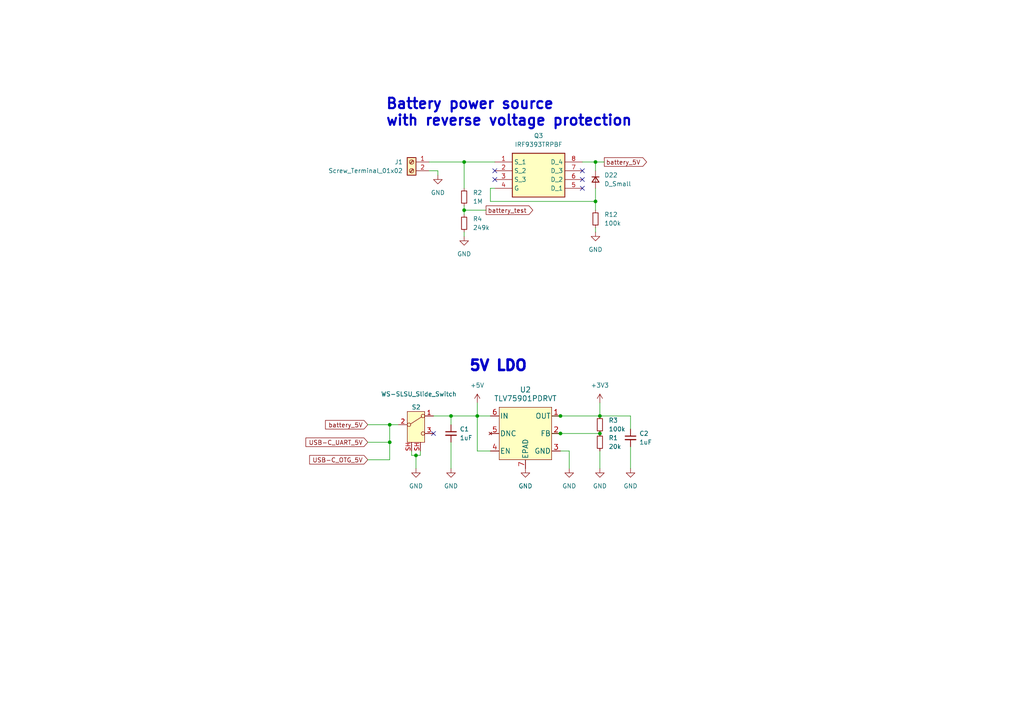
<source format=kicad_sch>
(kicad_sch (version 20230121) (generator eeschema)

  (uuid d126de6f-ace3-487f-be35-7a754464d94b)

  (paper "A4")

  (title_block
    (title "Keypad board")
    (date "2023-11-15")
    (rev "1.1")
  )

  (lib_symbols
    (symbol "Connector:Screw_Terminal_01x02" (pin_names (offset 1.016) hide) (in_bom yes) (on_board yes)
      (property "Reference" "J" (at 0 2.54 0)
        (effects (font (size 1.27 1.27)))
      )
      (property "Value" "Screw_Terminal_01x02" (at 0 -5.08 0)
        (effects (font (size 1.27 1.27)))
      )
      (property "Footprint" "" (at 0 0 0)
        (effects (font (size 1.27 1.27)) hide)
      )
      (property "Datasheet" "~" (at 0 0 0)
        (effects (font (size 1.27 1.27)) hide)
      )
      (property "ki_keywords" "screw terminal" (at 0 0 0)
        (effects (font (size 1.27 1.27)) hide)
      )
      (property "ki_description" "Generic screw terminal, single row, 01x02, script generated (kicad-library-utils/schlib/autogen/connector/)" (at 0 0 0)
        (effects (font (size 1.27 1.27)) hide)
      )
      (property "ki_fp_filters" "TerminalBlock*:*" (at 0 0 0)
        (effects (font (size 1.27 1.27)) hide)
      )
      (symbol "Screw_Terminal_01x02_1_1"
        (rectangle (start -1.27 1.27) (end 1.27 -3.81)
          (stroke (width 0.254) (type default))
          (fill (type background))
        )
        (circle (center 0 -2.54) (radius 0.635)
          (stroke (width 0.1524) (type default))
          (fill (type none))
        )
        (polyline
          (pts
            (xy -0.5334 -2.2098)
            (xy 0.3302 -3.048)
          )
          (stroke (width 0.1524) (type default))
          (fill (type none))
        )
        (polyline
          (pts
            (xy -0.5334 0.3302)
            (xy 0.3302 -0.508)
          )
          (stroke (width 0.1524) (type default))
          (fill (type none))
        )
        (polyline
          (pts
            (xy -0.3556 -2.032)
            (xy 0.508 -2.8702)
          )
          (stroke (width 0.1524) (type default))
          (fill (type none))
        )
        (polyline
          (pts
            (xy -0.3556 0.508)
            (xy 0.508 -0.3302)
          )
          (stroke (width 0.1524) (type default))
          (fill (type none))
        )
        (circle (center 0 0) (radius 0.635)
          (stroke (width 0.1524) (type default))
          (fill (type none))
        )
        (pin passive line (at -5.08 0 0) (length 3.81)
          (name "Pin_1" (effects (font (size 1.27 1.27))))
          (number "1" (effects (font (size 1.27 1.27))))
        )
        (pin passive line (at -5.08 -2.54 0) (length 3.81)
          (name "Pin_2" (effects (font (size 1.27 1.27))))
          (number "2" (effects (font (size 1.27 1.27))))
        )
      )
    )
    (symbol "Device:D_Small" (pin_numbers hide) (pin_names (offset 0.254) hide) (in_bom yes) (on_board yes)
      (property "Reference" "D" (at -1.27 2.032 0)
        (effects (font (size 1.27 1.27)) (justify left))
      )
      (property "Value" "D_Small" (at -3.81 -2.032 0)
        (effects (font (size 1.27 1.27)) (justify left))
      )
      (property "Footprint" "" (at 0 0 90)
        (effects (font (size 1.27 1.27)) hide)
      )
      (property "Datasheet" "~" (at 0 0 90)
        (effects (font (size 1.27 1.27)) hide)
      )
      (property "Sim.Device" "D" (at 0 0 0)
        (effects (font (size 1.27 1.27)) hide)
      )
      (property "Sim.Pins" "1=K 2=A" (at 0 0 0)
        (effects (font (size 1.27 1.27)) hide)
      )
      (property "ki_keywords" "diode" (at 0 0 0)
        (effects (font (size 1.27 1.27)) hide)
      )
      (property "ki_description" "Diode, small symbol" (at 0 0 0)
        (effects (font (size 1.27 1.27)) hide)
      )
      (property "ki_fp_filters" "TO-???* *_Diode_* *SingleDiode* D_*" (at 0 0 0)
        (effects (font (size 1.27 1.27)) hide)
      )
      (symbol "D_Small_0_1"
        (polyline
          (pts
            (xy -0.762 -1.016)
            (xy -0.762 1.016)
          )
          (stroke (width 0.254) (type default))
          (fill (type none))
        )
        (polyline
          (pts
            (xy -0.762 0)
            (xy 0.762 0)
          )
          (stroke (width 0) (type default))
          (fill (type none))
        )
        (polyline
          (pts
            (xy 0.762 -1.016)
            (xy -0.762 0)
            (xy 0.762 1.016)
            (xy 0.762 -1.016)
          )
          (stroke (width 0.254) (type default))
          (fill (type none))
        )
      )
      (symbol "D_Small_1_1"
        (pin passive line (at -2.54 0 0) (length 1.778)
          (name "K" (effects (font (size 1.27 1.27))))
          (number "1" (effects (font (size 1.27 1.27))))
        )
        (pin passive line (at 2.54 0 180) (length 1.778)
          (name "A" (effects (font (size 1.27 1.27))))
          (number "2" (effects (font (size 1.27 1.27))))
        )
      )
    )
    (symbol "PUTRocketLab_semiconductors:IRF9393TRPBF" (in_bom yes) (on_board yes)
      (property "Reference" "Q" (at 21.59 7.62 0)
        (effects (font (size 1.27 1.27)) (justify left top))
      )
      (property "Value" "IRF9393TRPBF" (at 21.59 5.08 0)
        (effects (font (size 1.27 1.27)) (justify left top))
      )
      (property "Footprint" "SOIC127P600X175-8N" (at 21.59 -94.92 0)
        (effects (font (size 1.27 1.27)) (justify left top) hide)
      )
      (property "Datasheet" "https://www.infineon.com/dgdl/irf9393pbf.pdf?fileId=5546d462533600a401535611877d1db3" (at 21.59 -194.92 0)
        (effects (font (size 1.27 1.27)) (justify left top) hide)
      )
      (property "Height" "1.75" (at 21.59 -394.92 0)
        (effects (font (size 1.27 1.27)) (justify left top) hide)
      )
      (property "Mouser Part Number" "942-IRF9393TRPBF" (at 21.59 -494.92 0)
        (effects (font (size 1.27 1.27)) (justify left top) hide)
      )
      (property "Mouser Price/Stock" "https://www.mouser.co.uk/ProductDetail/Infineon-Technologies/IRF9393TRPBF?qs=9%252BKlkBgLFf0QjOVcdkUiQQ%3D%3D" (at 21.59 -594.92 0)
        (effects (font (size 1.27 1.27)) (justify left top) hide)
      )
      (property "Manufacturer_Name" "Infineon" (at 21.59 -694.92 0)
        (effects (font (size 1.27 1.27)) (justify left top) hide)
      )
      (property "Manufacturer_Part_Number" "IRF9393TRPBF" (at 21.59 -794.92 0)
        (effects (font (size 1.27 1.27)) (justify left top) hide)
      )
      (property "ki_description" "Infineon IRF9393TRPBF P-channel MOSFET, 9.2 A, 30 V HEXFET, 8-Pin SOIC" (at 0 0 0)
        (effects (font (size 1.27 1.27)) hide)
      )
      (symbol "IRF9393TRPBF_1_1"
        (rectangle (start 5.08 2.54) (end 20.32 -10.16)
          (stroke (width 0.254) (type default))
          (fill (type background))
        )
        (pin passive line (at 0 0 0) (length 5.08)
          (name "S_1" (effects (font (size 1.27 1.27))))
          (number "1" (effects (font (size 1.27 1.27))))
        )
        (pin passive line (at 0 -2.54 0) (length 5.08)
          (name "S_2" (effects (font (size 1.27 1.27))))
          (number "2" (effects (font (size 1.27 1.27))))
        )
        (pin passive line (at 0 -5.08 0) (length 5.08)
          (name "S_3" (effects (font (size 1.27 1.27))))
          (number "3" (effects (font (size 1.27 1.27))))
        )
        (pin passive line (at 0 -7.62 0) (length 5.08)
          (name "G" (effects (font (size 1.27 1.27))))
          (number "4" (effects (font (size 1.27 1.27))))
        )
        (pin passive line (at 25.4 -7.62 180) (length 5.08)
          (name "D_1" (effects (font (size 1.27 1.27))))
          (number "5" (effects (font (size 1.27 1.27))))
        )
        (pin passive line (at 25.4 -5.08 180) (length 5.08)
          (name "D_2" (effects (font (size 1.27 1.27))))
          (number "6" (effects (font (size 1.27 1.27))))
        )
        (pin passive line (at 25.4 -2.54 180) (length 5.08)
          (name "D_3" (effects (font (size 1.27 1.27))))
          (number "7" (effects (font (size 1.27 1.27))))
        )
        (pin passive line (at 25.4 0 180) (length 5.08)
          (name "D_4" (effects (font (size 1.27 1.27))))
          (number "8" (effects (font (size 1.27 1.27))))
        )
      )
    )
    (symbol "PUTRocketLab_supply:+3.3V" (power) (pin_names (offset 0)) (in_bom yes) (on_board yes)
      (property "Reference" "#PWR" (at 0 -3.81 0)
        (effects (font (size 1.27 1.27)) hide)
      )
      (property "Value" "+3.3V" (at 0 3.556 0)
        (effects (font (size 1.27 1.27)))
      )
      (property "Footprint" "" (at 0 0 0)
        (effects (font (size 1.27 1.27)) hide)
      )
      (property "Datasheet" "" (at 0 0 0)
        (effects (font (size 1.27 1.27)) hide)
      )
      (property "ki_keywords" "power-flag" (at 0 0 0)
        (effects (font (size 1.27 1.27)) hide)
      )
      (property "ki_description" "Power symbol creates a global label with name \"+3.3V\"" (at 0 0 0)
        (effects (font (size 1.27 1.27)) hide)
      )
      (symbol "+3.3V_0_1"
        (polyline
          (pts
            (xy -0.762 1.27)
            (xy 0 2.54)
          )
          (stroke (width 0) (type default))
          (fill (type none))
        )
        (polyline
          (pts
            (xy 0 0)
            (xy 0 2.54)
          )
          (stroke (width 0) (type default))
          (fill (type none))
        )
        (polyline
          (pts
            (xy 0 2.54)
            (xy 0.762 1.27)
          )
          (stroke (width 0) (type default))
          (fill (type none))
        )
      )
      (symbol "+3.3V_1_1"
        (pin power_in line (at 0 0 90) (length 0) hide
          (name "+3V3" (effects (font (size 1.27 1.27))))
          (number "1" (effects (font (size 1.27 1.27))))
        )
      )
    )
    (symbol "PUTRocketLab_supply:GND" (power) (pin_names (offset 0)) (in_bom yes) (on_board yes)
      (property "Reference" "#PWR" (at 0 -6.35 0)
        (effects (font (size 1.27 1.27)) hide)
      )
      (property "Value" "GND" (at 0 -3.81 0)
        (effects (font (size 1.27 1.27)))
      )
      (property "Footprint" "" (at 0 0 0)
        (effects (font (size 1.27 1.27)) hide)
      )
      (property "Datasheet" "" (at 0 0 0)
        (effects (font (size 1.27 1.27)) hide)
      )
      (property "ki_keywords" "power-flag" (at 0 0 0)
        (effects (font (size 1.27 1.27)) hide)
      )
      (property "ki_description" "Power symbol creates a global label with name \"GND\" , ground" (at 0 0 0)
        (effects (font (size 1.27 1.27)) hide)
      )
      (symbol "GND_0_1"
        (polyline
          (pts
            (xy 0 0)
            (xy 0 -1.27)
            (xy 1.27 -1.27)
            (xy 0 -2.54)
            (xy -1.27 -1.27)
            (xy 0 -1.27)
          )
          (stroke (width 0) (type default))
          (fill (type none))
        )
      )
      (symbol "GND_1_1"
        (pin power_in line (at 0 0 270) (length 0) hide
          (name "GND" (effects (font (size 1.27 1.27))))
          (number "1" (effects (font (size 1.27 1.27))))
        )
      )
    )
    (symbol "PUT_RocketLab_IC:TLV75901PDRVT" (pin_names (offset 0.254)) (in_bom yes) (on_board yes)
      (property "Reference" "U" (at -6.35 13.97 0)
        (effects (font (size 1.524 1.524)))
      )
      (property "Value" "TLV75901PDRVT" (at 1.27 11.43 0)
        (effects (font (size 1.524 1.524)))
      )
      (property "Footprint" "DRV6_1X1P6_TEX" (at 1.27 8.89 0)
        (effects (font (size 1.524 1.524)) hide)
      )
      (property "Datasheet" "" (at -15.24 10.16 0)
        (effects (font (size 1.524 1.524)))
      )
      (property "ki_locked" "" (at 0 0 0)
        (effects (font (size 1.27 1.27)))
      )
      (property "ki_fp_filters" "DRV6_1X1P6_TEX" (at 0 0 0)
        (effects (font (size 1.27 1.27)) hide)
      )
      (symbol "TLV75901PDRVT_1_1"
        (rectangle (start -7.62 -7.62) (end 7.62 7.62)
          (stroke (width 0) (type default))
          (fill (type background))
        )
        (pin power_out line (at -10.16 5.08 0) (length 2.54)
          (name "OUT" (effects (font (size 1.4986 1.4986))))
          (number "1" (effects (font (size 1.4986 1.4986))))
        )
        (pin input line (at -10.16 0 0) (length 2.54)
          (name "FB" (effects (font (size 1.4986 1.4986))))
          (number "2" (effects (font (size 1.4986 1.4986))))
        )
        (pin power_in line (at -10.16 -5.08 0) (length 2.54)
          (name "GND" (effects (font (size 1.4986 1.4986))))
          (number "3" (effects (font (size 1.4986 1.4986))))
        )
        (pin input line (at 10.16 -5.08 180) (length 2.54)
          (name "EN" (effects (font (size 1.4986 1.4986))))
          (number "4" (effects (font (size 1.4986 1.4986))))
        )
        (pin no_connect line (at 10.16 0 180) (length 2.54)
          (name "DNC" (effects (font (size 1.4986 1.4986))))
          (number "5" (effects (font (size 1.4986 1.4986))))
        )
        (pin power_in line (at 10.16 5.08 180) (length 2.54)
          (name "IN" (effects (font (size 1.4986 1.4986))))
          (number "6" (effects (font (size 1.4986 1.4986))))
        )
        (pin passive line (at 0 -10.16 90) (length 2.54)
          (name "EPAD" (effects (font (size 1.4986 1.4986))))
          (number "7" (effects (font (size 1.4986 1.4986))))
        )
      )
    )
    (symbol "PUT_RocketLab_misc:WS-SLSU_Slide_Switch" (in_bom yes) (on_board yes)
      (property "Reference" "S?" (at 0 9.525 0)
        (effects (font (size 1.27 1.27)))
      )
      (property "Value" "WS-SLSU_Slide_Switch" (at 1.27 5.08 0)
        (effects (font (size 1.27 1.27)))
      )
      (property "Footprint" "PUTRocketLab_other:EG1206A" (at 0 0 0)
        (effects (font (size 1.27 1.27)) hide)
      )
      (property "Datasheet" "" (at 0 0 0)
        (effects (font (size 1.27 1.27)) hide)
      )
      (symbol "WS-SLSU_Slide_Switch_0_0"
        (circle (center -2.032 0) (radius 0.508)
          (stroke (width 0) (type default))
          (fill (type none))
        )
        (circle (center 2.032 -2.54) (radius 0.508)
          (stroke (width 0) (type default))
          (fill (type none))
        )
      )
      (symbol "WS-SLSU_Slide_Switch_0_1"
        (rectangle (start -2.54 3.81) (end 2.54 -5.08)
          (stroke (width 0) (type default))
          (fill (type background))
        )
        (polyline
          (pts
            (xy -1.524 0.254)
            (xy 1.651 2.286)
          )
          (stroke (width 0) (type default))
          (fill (type none))
        )
        (circle (center 2.032 2.54) (radius 0.508)
          (stroke (width 0) (type default))
          (fill (type none))
        )
      )
      (symbol "WS-SLSU_Slide_Switch_1_1"
        (pin passive line (at 5.08 2.54 180) (length 2.54)
          (name "~" (effects (font (size 1.27 1.27))))
          (number "1" (effects (font (size 1.27 1.27))))
        )
        (pin passive line (at -5.08 0 0) (length 2.54)
          (name "~" (effects (font (size 1.27 1.27))))
          (number "2" (effects (font (size 1.27 1.27))))
        )
        (pin passive line (at 5.08 -2.54 180) (length 2.54)
          (name "~" (effects (font (size 1.27 1.27))))
          (number "3" (effects (font (size 1.27 1.27))))
        )
        (pin passive line (at -1.27 -7.62 90) (length 2.54)
          (name "~" (effects (font (size 1.27 1.27))))
          (number "SH" (effects (font (size 1.27 1.27))))
        )
        (pin passive line (at 1.27 -7.62 90) (length 2.54)
          (name "~" (effects (font (size 1.27 1.27))))
          (number "SH" (effects (font (size 1.27 1.27))))
        )
      )
    )
    (symbol "PUT_RocketLab_power:+5V" (power) (pin_names (offset 0)) (in_bom yes) (on_board yes)
      (property "Reference" "#PWR" (at 0 -3.81 0)
        (effects (font (size 1.27 1.27)) hide)
      )
      (property "Value" "+5V" (at 0 3.556 0)
        (effects (font (size 1.27 1.27)))
      )
      (property "Footprint" "" (at 0 0 0)
        (effects (font (size 1.27 1.27)) hide)
      )
      (property "Datasheet" "" (at 0 0 0)
        (effects (font (size 1.27 1.27)) hide)
      )
      (property "ki_keywords" "power-flag" (at 0 0 0)
        (effects (font (size 1.27 1.27)) hide)
      )
      (property "ki_description" "Power symbol creates a global label with name \"+5V\"" (at 0 0 0)
        (effects (font (size 1.27 1.27)) hide)
      )
      (symbol "+5V_0_1"
        (polyline
          (pts
            (xy -0.762 1.27)
            (xy 0 2.54)
          )
          (stroke (width 0) (type default))
          (fill (type none))
        )
        (polyline
          (pts
            (xy 0 0)
            (xy 0 2.54)
          )
          (stroke (width 0) (type default))
          (fill (type none))
        )
        (polyline
          (pts
            (xy 0 2.54)
            (xy 0.762 1.27)
          )
          (stroke (width 0) (type default))
          (fill (type none))
        )
      )
      (symbol "+5V_1_1"
        (pin power_in line (at 0 0 90) (length 0) hide
          (name "+5V" (effects (font (size 1.27 1.27))))
          (number "1" (effects (font (size 1.27 1.27))))
        )
      )
    )
    (symbol "PutRocketLab_RCL:C_Small" (pin_numbers hide) (pin_names (offset 0.254) hide) (in_bom yes) (on_board yes)
      (property "Reference" "C" (at 0.254 1.778 0)
        (effects (font (size 1.27 1.27)) (justify left))
      )
      (property "Value" "C_Small" (at 0.254 -2.032 0)
        (effects (font (size 1.27 1.27)) (justify left))
      )
      (property "Footprint" "" (at 0 0 0)
        (effects (font (size 1.27 1.27)) hide)
      )
      (property "Datasheet" "~" (at 0 0 0)
        (effects (font (size 1.27 1.27)) hide)
      )
      (property "ki_keywords" "capacitor cap" (at 0 0 0)
        (effects (font (size 1.27 1.27)) hide)
      )
      (property "ki_description" "Unpolarized capacitor, small symbol" (at 0 0 0)
        (effects (font (size 1.27 1.27)) hide)
      )
      (property "ki_fp_filters" "C_*" (at 0 0 0)
        (effects (font (size 1.27 1.27)) hide)
      )
      (symbol "C_Small_0_1"
        (polyline
          (pts
            (xy -1.524 -0.508)
            (xy 1.524 -0.508)
          )
          (stroke (width 0.3302) (type default))
          (fill (type none))
        )
        (polyline
          (pts
            (xy -1.524 0.508)
            (xy 1.524 0.508)
          )
          (stroke (width 0.3048) (type default))
          (fill (type none))
        )
      )
      (symbol "C_Small_1_1"
        (pin passive line (at 0 2.54 270) (length 2.032)
          (name "~" (effects (font (size 1.27 1.27))))
          (number "1" (effects (font (size 1.27 1.27))))
        )
        (pin passive line (at 0 -2.54 90) (length 2.032)
          (name "~" (effects (font (size 1.27 1.27))))
          (number "2" (effects (font (size 1.27 1.27))))
        )
      )
    )
    (symbol "PutRocketLab_RCL:R_Small" (pin_numbers hide) (pin_names (offset 0.254) hide) (in_bom yes) (on_board yes)
      (property "Reference" "R" (at 0.762 0.508 0)
        (effects (font (size 1.27 1.27)) (justify left))
      )
      (property "Value" "R_Small" (at 0.762 -1.016 0)
        (effects (font (size 1.27 1.27)) (justify left))
      )
      (property "Footprint" "" (at 0 0 0)
        (effects (font (size 1.27 1.27)) hide)
      )
      (property "Datasheet" "~" (at 0 0 0)
        (effects (font (size 1.27 1.27)) hide)
      )
      (property "ki_keywords" "R resistor" (at 0 0 0)
        (effects (font (size 1.27 1.27)) hide)
      )
      (property "ki_description" "Resistor, small symbol" (at 0 0 0)
        (effects (font (size 1.27 1.27)) hide)
      )
      (property "ki_fp_filters" "R_*" (at 0 0 0)
        (effects (font (size 1.27 1.27)) hide)
      )
      (symbol "R_Small_0_1"
        (rectangle (start -0.762 1.778) (end 0.762 -1.778)
          (stroke (width 0.2032) (type default))
          (fill (type none))
        )
      )
      (symbol "R_Small_1_1"
        (pin passive line (at 0 2.54 270) (length 0.762)
          (name "~" (effects (font (size 1.27 1.27))))
          (number "1" (effects (font (size 1.27 1.27))))
        )
        (pin passive line (at 0 -2.54 90) (length 0.762)
          (name "~" (effects (font (size 1.27 1.27))))
          (number "2" (effects (font (size 1.27 1.27))))
        )
      )
    )
  )

  (junction (at 134.62 60.96) (diameter 0) (color 0 0 0 0)
    (uuid 0ca61242-17b4-48ab-8766-251b456b809f)
  )
  (junction (at 138.43 120.65) (diameter 0) (color 0 0 0 0)
    (uuid 134184b1-3311-4845-a319-13a5b9c88f59)
  )
  (junction (at 120.65 132.08) (diameter 0) (color 0 0 0 0)
    (uuid 1760c2f9-d282-4637-b1d8-9d58e660d42d)
  )
  (junction (at 162.56 120.65) (diameter 0) (color 0 0 0 0)
    (uuid 1f01ee26-4343-43df-8336-ebcf5162664b)
  )
  (junction (at 172.72 46.99) (diameter 0) (color 0 0 0 0)
    (uuid 2b0a83bf-fa9e-46ab-8ba6-a0d49213856b)
  )
  (junction (at 162.56 125.73) (diameter 0) (color 0 0 0 0)
    (uuid 41abb87f-d0f2-4ea5-8e5a-17a9b100c993)
  )
  (junction (at 134.62 46.99) (diameter 0) (color 0 0 0 0)
    (uuid 4e217bfc-4731-4a00-b8e2-fb6b52e7acde)
  )
  (junction (at 113.03 128.27) (diameter 0) (color 0 0 0 0)
    (uuid 5194957a-bcf5-48ac-a6a4-3cebf83ab19a)
  )
  (junction (at 113.03 123.19) (diameter 0) (color 0 0 0 0)
    (uuid 57e007b4-e552-4aea-8e67-17859a4c5fa4)
  )
  (junction (at 130.81 120.65) (diameter 0) (color 0 0 0 0)
    (uuid 586adcc1-be35-49e5-b102-df8865ef5730)
  )
  (junction (at 173.99 120.65) (diameter 0) (color 0 0 0 0)
    (uuid afb1e04f-0139-4545-9c2a-bb6ed806550d)
  )
  (junction (at 173.99 125.73) (diameter 0) (color 0 0 0 0)
    (uuid b4bec750-e058-45ea-a4b6-0cb5d7f79854)
  )
  (junction (at 172.72 58.42) (diameter 0) (color 0 0 0 0)
    (uuid e281faa2-1f46-4b37-8b96-b451543ffaf5)
  )

  (no_connect (at 168.91 49.53) (uuid 14f5791d-24d0-45c7-8178-63d4a3ddce26))
  (no_connect (at 143.51 52.07) (uuid 17453f73-e2be-4df9-85fc-7cc3eded0f1c))
  (no_connect (at 168.91 54.61) (uuid 67718c67-bd87-4aa9-b79f-5ebe3f8ea393))
  (no_connect (at 125.73 125.73) (uuid 6c506c3e-5dc7-44fb-86aa-66ec465a2efe))
  (no_connect (at 143.51 49.53) (uuid 6f14baf0-d5b9-49aa-86e0-f6d89f2058e8))
  (no_connect (at 168.91 52.07) (uuid 7f49a4cc-c5da-4d70-86df-2b890af89e13))

  (wire (pts (xy 138.43 120.65) (xy 138.43 130.81))
    (stroke (width 0) (type default))
    (uuid 00d2e51c-ba74-436f-9c59-07ca5ec5b0b9)
  )
  (wire (pts (xy 106.68 133.35) (xy 113.03 133.35))
    (stroke (width 0) (type default))
    (uuid 0f0f1016-e4bf-441f-b104-aa91c4410ba5)
  )
  (wire (pts (xy 125.73 120.65) (xy 130.81 120.65))
    (stroke (width 0) (type default))
    (uuid 11a77492-996f-40b0-83ff-5fbf81cb6493)
  )
  (wire (pts (xy 162.56 125.73) (xy 173.99 125.73))
    (stroke (width 0) (type default))
    (uuid 1ad9c74b-a423-4898-a31f-9c7625bf500f)
  )
  (wire (pts (xy 121.92 132.08) (xy 120.65 132.08))
    (stroke (width 0) (type default))
    (uuid 1e0e73c4-3625-493a-bdf9-0f206ffdf6bf)
  )
  (wire (pts (xy 142.24 54.61) (xy 143.51 54.61))
    (stroke (width 0) (type default))
    (uuid 2224c3ea-a797-460b-bbb4-b4be55fc4d5b)
  )
  (wire (pts (xy 142.24 120.65) (xy 138.43 120.65))
    (stroke (width 0) (type default))
    (uuid 2cbf8231-fa66-45e7-a0f2-2ec60d05e22e)
  )
  (wire (pts (xy 134.62 54.61) (xy 134.62 46.99))
    (stroke (width 0) (type default))
    (uuid 2e3a8509-bd3e-46a3-8ee9-096a28549b6b)
  )
  (wire (pts (xy 138.43 130.81) (xy 142.24 130.81))
    (stroke (width 0) (type default))
    (uuid 32aa3983-6391-424a-bab2-ed044f32d0e7)
  )
  (wire (pts (xy 182.88 120.65) (xy 182.88 124.46))
    (stroke (width 0) (type default))
    (uuid 3826bc1c-693e-46a8-91fe-29a5e410019f)
  )
  (wire (pts (xy 134.62 59.69) (xy 134.62 60.96))
    (stroke (width 0) (type default))
    (uuid 39b6cd5c-a79e-453e-bb28-668a3f2ad81a)
  )
  (wire (pts (xy 182.88 120.65) (xy 173.99 120.65))
    (stroke (width 0) (type default))
    (uuid 39f2700f-9284-4781-8d39-0b7d749f29c2)
  )
  (wire (pts (xy 119.38 132.08) (xy 119.38 130.81))
    (stroke (width 0) (type default))
    (uuid 45d0931d-52cb-4c11-8568-60a048010062)
  )
  (wire (pts (xy 121.92 130.81) (xy 121.92 132.08))
    (stroke (width 0) (type default))
    (uuid 52f51e80-4a5b-4e41-b74a-3c07dfb41dcf)
  )
  (wire (pts (xy 130.81 120.65) (xy 130.81 123.19))
    (stroke (width 0) (type default))
    (uuid 55f55c1c-76fa-4c00-8cbe-c3cdf29b41dc)
  )
  (wire (pts (xy 168.91 46.99) (xy 172.72 46.99))
    (stroke (width 0) (type default))
    (uuid 57d25685-301c-406e-9fe7-8e9a78c929dc)
  )
  (wire (pts (xy 160.02 125.73) (xy 162.56 125.73))
    (stroke (width 0) (type default))
    (uuid 58e779ed-90bb-4c94-9d8e-55882e00e171)
  )
  (wire (pts (xy 172.72 46.99) (xy 172.72 49.53))
    (stroke (width 0) (type default))
    (uuid 5921f5e1-a397-4900-b2bb-dd230dfb6142)
  )
  (wire (pts (xy 172.72 66.04) (xy 172.72 67.31))
    (stroke (width 0) (type default))
    (uuid 5aabb053-d614-454e-a51a-43c93aacf784)
  )
  (wire (pts (xy 182.88 129.54) (xy 182.88 135.89))
    (stroke (width 0) (type default))
    (uuid 630e41bb-7dac-41de-b250-4ab12500e007)
  )
  (wire (pts (xy 162.56 120.65) (xy 173.99 120.65))
    (stroke (width 0) (type default))
    (uuid 64301e90-a13a-4bfc-aeb8-9d51bbc1a367)
  )
  (wire (pts (xy 165.1 130.81) (xy 162.56 130.81))
    (stroke (width 0) (type default))
    (uuid 6672d4fc-50fe-4ba3-95d8-53efc456e207)
  )
  (wire (pts (xy 173.99 116.84) (xy 173.99 120.65))
    (stroke (width 0) (type default))
    (uuid 6eeecb31-a1e9-4efd-844a-44929cdedff0)
  )
  (wire (pts (xy 120.65 132.08) (xy 120.65 135.89))
    (stroke (width 0) (type default))
    (uuid 73636b80-e104-4139-b18a-572c3312f2b7)
  )
  (wire (pts (xy 124.46 49.53) (xy 127 49.53))
    (stroke (width 0) (type default))
    (uuid 749253f6-4e64-488f-a71c-f4bee1f896b4)
  )
  (wire (pts (xy 106.68 123.19) (xy 113.03 123.19))
    (stroke (width 0) (type default))
    (uuid 759af559-f98d-4a54-b6ee-66c107c6071c)
  )
  (wire (pts (xy 142.24 54.61) (xy 142.24 58.42))
    (stroke (width 0) (type default))
    (uuid 841d49c0-020d-48ca-addd-69b0c04855dd)
  )
  (wire (pts (xy 134.62 60.96) (xy 140.97 60.96))
    (stroke (width 0) (type default))
    (uuid 84e71bcf-7dd2-4015-8e94-563641bfda18)
  )
  (wire (pts (xy 173.99 135.89) (xy 173.99 130.81))
    (stroke (width 0) (type default))
    (uuid 8662d74d-466a-4f45-b3f7-40684649416c)
  )
  (wire (pts (xy 113.03 123.19) (xy 113.03 128.27))
    (stroke (width 0) (type default))
    (uuid 8a69a11b-81f1-4960-8d8c-af830f867f98)
  )
  (wire (pts (xy 113.03 123.19) (xy 115.57 123.19))
    (stroke (width 0) (type default))
    (uuid 8dc7a064-0cd1-4298-b39d-f90f34dddf6c)
  )
  (wire (pts (xy 113.03 133.35) (xy 113.03 128.27))
    (stroke (width 0) (type default))
    (uuid 90f476f8-1b73-4e91-9f11-15c99adeaac7)
  )
  (wire (pts (xy 138.43 120.65) (xy 138.43 116.84))
    (stroke (width 0) (type default))
    (uuid 9c01652b-5fa9-4c96-8fda-1c88c8c50db6)
  )
  (wire (pts (xy 130.81 128.27) (xy 130.81 135.89))
    (stroke (width 0) (type default))
    (uuid 9d0ee192-ffda-46a0-91e1-0bcd93cd6730)
  )
  (wire (pts (xy 134.62 67.31) (xy 134.62 68.58))
    (stroke (width 0) (type default))
    (uuid 9dfe7f6a-a358-4868-8748-23bb31383e74)
  )
  (wire (pts (xy 134.62 46.99) (xy 143.51 46.99))
    (stroke (width 0) (type default))
    (uuid aad7f660-802d-4789-83f4-72d36aef2f28)
  )
  (wire (pts (xy 165.1 135.89) (xy 165.1 130.81))
    (stroke (width 0) (type default))
    (uuid c19f1f3f-ebe1-4866-94af-9a2d17d6f55b)
  )
  (wire (pts (xy 172.72 54.61) (xy 172.72 58.42))
    (stroke (width 0) (type default))
    (uuid ca52688c-bd70-439e-9eb9-6c3d2ddabd35)
  )
  (wire (pts (xy 172.72 58.42) (xy 172.72 60.96))
    (stroke (width 0) (type default))
    (uuid d3e4c692-99c3-4fef-ad6b-0bb69ace94d7)
  )
  (wire (pts (xy 142.24 58.42) (xy 172.72 58.42))
    (stroke (width 0) (type default))
    (uuid d511ea5c-02d2-49f8-bc87-22d9366e70c7)
  )
  (wire (pts (xy 120.65 132.08) (xy 119.38 132.08))
    (stroke (width 0) (type default))
    (uuid d61d2f55-383f-48e6-8576-216f9947fc49)
  )
  (wire (pts (xy 134.62 60.96) (xy 134.62 62.23))
    (stroke (width 0) (type default))
    (uuid d8d13fe1-b711-4408-8242-3e4a77e93cc7)
  )
  (wire (pts (xy 127 49.53) (xy 127 50.8))
    (stroke (width 0) (type default))
    (uuid d9063c59-16a0-48ba-addd-2db9e529d315)
  )
  (wire (pts (xy 106.68 128.27) (xy 113.03 128.27))
    (stroke (width 0) (type default))
    (uuid dc172276-c4f0-4d39-8fd7-daf525c991f6)
  )
  (wire (pts (xy 160.02 120.65) (xy 162.56 120.65))
    (stroke (width 0) (type default))
    (uuid e5a03c15-cb05-41f0-8b71-3f85b5d9f749)
  )
  (wire (pts (xy 134.62 46.99) (xy 124.46 46.99))
    (stroke (width 0) (type default))
    (uuid e5cf1242-69e3-48fb-926d-83cd26862aab)
  )
  (wire (pts (xy 130.81 120.65) (xy 138.43 120.65))
    (stroke (width 0) (type default))
    (uuid eea7553e-7906-4757-ae78-16cdb8b2c52d)
  )
  (wire (pts (xy 172.72 46.99) (xy 175.26 46.99))
    (stroke (width 0) (type default))
    (uuid fbc14a04-a9fe-4624-82f6-a3bdeb84ef31)
  )

  (text "Battery power source\nwith reverse voltage protection"
    (at 111.76 36.83 0)
    (effects (font (size 3 3) (thickness 0.6) bold) (justify left bottom))
    (uuid 3038510c-33bc-4ef1-87f4-22bb448a0551)
  )
  (text "5V LDO" (at 135.89 107.95 0)
    (effects (font (size 3 3) (thickness 1) bold) (justify left bottom))
    (uuid c4d622df-b0ff-4384-9a52-31d9e473da46)
  )

  (global_label "USB-C_OTG_5V" (shape input) (at 106.68 133.35 180) (fields_autoplaced)
    (effects (font (size 1.27 1.27)) (justify right))
    (uuid 2094c4e9-968e-45a0-9dd7-9ed048b58be5)
    (property "Intersheetrefs" "${INTERSHEET_REFS}" (at 89.241 133.35 0)
      (effects (font (size 1.27 1.27)) (justify right) hide)
    )
  )
  (global_label "battery_5V" (shape input) (at 106.68 123.19 180) (fields_autoplaced)
    (effects (font (size 1.27 1.27)) (justify right))
    (uuid 29304853-876f-49a2-9a66-31ab703fed33)
    (property "Intersheetrefs" "${INTERSHEET_REFS}" (at 93.8373 123.19 0)
      (effects (font (size 1.27 1.27)) (justify right) hide)
    )
  )
  (global_label "USB-C_UART_5V" (shape input) (at 106.68 128.27 180) (fields_autoplaced)
    (effects (font (size 1.27 1.27)) (justify right))
    (uuid 495eea14-7486-43e2-acd4-1fa15417f3d7)
    (property "Intersheetrefs" "${INTERSHEET_REFS}" (at 88.1524 128.27 0)
      (effects (font (size 1.27 1.27)) (justify right) hide)
    )
  )
  (global_label "battery_test" (shape output) (at 140.97 60.96 0) (fields_autoplaced)
    (effects (font (size 1.27 1.27)) (justify left))
    (uuid 91647ca6-92f5-4c11-b784-f7d6e3f0a63d)
    (property "Intersheetrefs" "${INTERSHEET_REFS}" (at 155.0827 60.96 0)
      (effects (font (size 1.27 1.27)) (justify left) hide)
    )
  )
  (global_label "battery_5V" (shape output) (at 175.26 46.99 0) (fields_autoplaced)
    (effects (font (size 1.27 1.27)) (justify left))
    (uuid 98f2ae00-ce7c-4b61-8461-17dd2767d6a0)
    (property "Intersheetrefs" "${INTERSHEET_REFS}" (at 188.1027 46.99 0)
      (effects (font (size 1.27 1.27)) (justify left) hide)
    )
  )

  (symbol (lib_id "PUTRocketLab_supply:GND") (at 152.4 135.89 0) (unit 1)
    (in_bom yes) (on_board yes) (dnp no) (fields_autoplaced)
    (uuid 17b7cd65-176a-4512-bcc4-79051eb6afcc)
    (property "Reference" "#PWR010" (at 152.4 142.24 0)
      (effects (font (size 1.27 1.27)) hide)
    )
    (property "Value" "GND" (at 152.4 140.97 0)
      (effects (font (size 1.27 1.27)))
    )
    (property "Footprint" "" (at 152.4 135.89 0)
      (effects (font (size 1.27 1.27)) hide)
    )
    (property "Datasheet" "" (at 152.4 135.89 0)
      (effects (font (size 1.27 1.27)) hide)
    )
    (pin "1" (uuid 2e79481e-af8e-4e08-91fd-65dee0120bcd))
    (instances
      (project "keypad"
        (path "/26078c39-1d91-4154-8719-da74cb453e74"
          (reference "#PWR010") (unit 1)
        )
        (path "/26078c39-1d91-4154-8719-da74cb453e74/3e174945-0f14-4777-84ae-d28e4ef4eec5"
          (reference "#PWR07") (unit 1)
        )
      )
    )
  )

  (symbol (lib_id "Connector:Screw_Terminal_01x02") (at 119.38 46.99 0) (mirror y) (unit 1)
    (in_bom yes) (on_board yes) (dnp no)
    (uuid 19b843f3-40e2-477a-98a3-625b42a3f5ce)
    (property "Reference" "J1" (at 116.84 46.99 0)
      (effects (font (size 1.27 1.27)) (justify left))
    )
    (property "Value" "Screw_Terminal_01x02" (at 116.84 49.53 0)
      (effects (font (size 1.27 1.27)) (justify left))
    )
    (property "Footprint" "PUT_RocketLab_other:XY2500R-DS(5.08)-02V" (at 119.38 46.99 0)
      (effects (font (size 1.27 1.27)) hide)
    )
    (property "Datasheet" "~" (at 119.38 46.99 0)
      (effects (font (size 1.27 1.27)) hide)
    )
    (pin "1" (uuid 00abceed-8db2-4691-9ca9-f97bb8b80b6a))
    (pin "2" (uuid 88234b8f-8b4c-4dff-b4a6-5148b14a6fdf))
    (instances
      (project "keypad"
        (path "/26078c39-1d91-4154-8719-da74cb453e74"
          (reference "J1") (unit 1)
        )
        (path "/26078c39-1d91-4154-8719-da74cb453e74/3e174945-0f14-4777-84ae-d28e4ef4eec5"
          (reference "J1") (unit 1)
        )
      )
    )
  )

  (symbol (lib_id "PutRocketLab_RCL:C_Small") (at 130.81 125.73 0) (unit 1)
    (in_bom yes) (on_board yes) (dnp no) (fields_autoplaced)
    (uuid 216493d9-b31b-47bd-8d35-007a75e792ef)
    (property "Reference" "C1" (at 133.35 124.4663 0)
      (effects (font (size 1.27 1.27)) (justify left))
    )
    (property "Value" "1uF" (at 133.35 127.0063 0)
      (effects (font (size 1.27 1.27)) (justify left))
    )
    (property "Footprint" "Capacitor_SMD:C_0603_1608Metric" (at 130.81 125.73 0)
      (effects (font (size 1.27 1.27)) hide)
    )
    (property "Datasheet" "~" (at 130.81 125.73 0)
      (effects (font (size 1.27 1.27)) hide)
    )
    (pin "1" (uuid a43065e7-57bb-479c-a967-be7a6d9810b4))
    (pin "2" (uuid a1df8c74-7b98-4869-a904-681de23144e9))
    (instances
      (project "keypad"
        (path "/26078c39-1d91-4154-8719-da74cb453e74"
          (reference "C1") (unit 1)
        )
        (path "/26078c39-1d91-4154-8719-da74cb453e74/3e174945-0f14-4777-84ae-d28e4ef4eec5"
          (reference "C1") (unit 1)
        )
      )
    )
  )

  (symbol (lib_id "PUTRocketLab_supply:GND") (at 120.65 135.89 0) (unit 1)
    (in_bom yes) (on_board yes) (dnp no) (fields_autoplaced)
    (uuid 31840ffe-c64a-458c-b4e4-470754167617)
    (property "Reference" "#PWR05" (at 120.65 142.24 0)
      (effects (font (size 1.27 1.27)) hide)
    )
    (property "Value" "GND" (at 120.65 140.97 0)
      (effects (font (size 1.27 1.27)))
    )
    (property "Footprint" "" (at 120.65 135.89 0)
      (effects (font (size 1.27 1.27)) hide)
    )
    (property "Datasheet" "" (at 120.65 135.89 0)
      (effects (font (size 1.27 1.27)) hide)
    )
    (pin "1" (uuid eff3d7e4-97cf-4055-8a43-bbf3e6dc2cf9))
    (instances
      (project "keypad"
        (path "/26078c39-1d91-4154-8719-da74cb453e74"
          (reference "#PWR05") (unit 1)
        )
        (path "/26078c39-1d91-4154-8719-da74cb453e74/3e174945-0f14-4777-84ae-d28e4ef4eec5"
          (reference "#PWR03") (unit 1)
        )
      )
    )
  )

  (symbol (lib_id "PUT_RocketLab_power:+5V") (at 138.43 116.84 0) (unit 1)
    (in_bom yes) (on_board yes) (dnp no) (fields_autoplaced)
    (uuid 45a63281-c00c-4c2a-81db-97cac00d7c05)
    (property "Reference" "#PWR04" (at 138.43 120.65 0)
      (effects (font (size 1.27 1.27)) hide)
    )
    (property "Value" "+5V" (at 138.43 111.76 0)
      (effects (font (size 1.27 1.27)))
    )
    (property "Footprint" "" (at 138.43 116.84 0)
      (effects (font (size 1.27 1.27)) hide)
    )
    (property "Datasheet" "" (at 138.43 116.84 0)
      (effects (font (size 1.27 1.27)) hide)
    )
    (pin "1" (uuid 5aba7d54-876f-49eb-ad47-e94d8f7366f7))
    (instances
      (project "keypad"
        (path "/26078c39-1d91-4154-8719-da74cb453e74"
          (reference "#PWR04") (unit 1)
        )
        (path "/26078c39-1d91-4154-8719-da74cb453e74/3e174945-0f14-4777-84ae-d28e4ef4eec5"
          (reference "#PWR06") (unit 1)
        )
      )
    )
  )

  (symbol (lib_id "PutRocketLab_RCL:R_Small") (at 173.99 123.19 0) (unit 1)
    (in_bom yes) (on_board yes) (dnp no)
    (uuid 4b884c1a-b86a-4be3-9e10-9d70771c7a7a)
    (property "Reference" "R3" (at 176.53 121.92 0)
      (effects (font (size 1.27 1.27)) (justify left))
    )
    (property "Value" "100k" (at 176.53 124.46 0)
      (effects (font (size 1.27 1.27)) (justify left))
    )
    (property "Footprint" "Resistor_SMD:R_0805_2012Metric" (at 173.99 123.19 0)
      (effects (font (size 1.27 1.27)) hide)
    )
    (property "Datasheet" "~" (at 173.99 123.19 0)
      (effects (font (size 1.27 1.27)) hide)
    )
    (pin "1" (uuid 3a0b6221-3ace-4d0d-99fc-7fd3fd8cc2be))
    (pin "2" (uuid a01ff85c-6282-49ca-9be9-21e8b1976412))
    (instances
      (project "keypad"
        (path "/26078c39-1d91-4154-8719-da74cb453e74"
          (reference "R3") (unit 1)
        )
        (path "/26078c39-1d91-4154-8719-da74cb453e74/3e174945-0f14-4777-84ae-d28e4ef4eec5"
          (reference "R1") (unit 1)
        )
      )
    )
  )

  (symbol (lib_id "PUTRocketLab_supply:GND") (at 173.99 135.89 0) (unit 1)
    (in_bom yes) (on_board yes) (dnp no) (fields_autoplaced)
    (uuid 54555001-95eb-413e-9592-1d2cb5fc0945)
    (property "Reference" "#PWR08" (at 173.99 142.24 0)
      (effects (font (size 1.27 1.27)) hide)
    )
    (property "Value" "GND" (at 173.99 140.97 0)
      (effects (font (size 1.27 1.27)))
    )
    (property "Footprint" "" (at 173.99 135.89 0)
      (effects (font (size 1.27 1.27)) hide)
    )
    (property "Datasheet" "" (at 173.99 135.89 0)
      (effects (font (size 1.27 1.27)) hide)
    )
    (pin "1" (uuid 83305a55-b033-4fb4-a2b4-e4a2cdaa81ba))
    (instances
      (project "keypad"
        (path "/26078c39-1d91-4154-8719-da74cb453e74"
          (reference "#PWR08") (unit 1)
        )
        (path "/26078c39-1d91-4154-8719-da74cb453e74/3e174945-0f14-4777-84ae-d28e4ef4eec5"
          (reference "#PWR010") (unit 1)
        )
      )
    )
  )

  (symbol (lib_id "PutRocketLab_RCL:C_Small") (at 182.88 127 0) (unit 1)
    (in_bom yes) (on_board yes) (dnp no) (fields_autoplaced)
    (uuid 5c02edc5-901a-48c6-a662-7921aa1ecddf)
    (property "Reference" "C2" (at 185.42 125.7363 0)
      (effects (font (size 1.27 1.27)) (justify left))
    )
    (property "Value" "1uF" (at 185.42 128.2763 0)
      (effects (font (size 1.27 1.27)) (justify left))
    )
    (property "Footprint" "Capacitor_SMD:C_0603_1608Metric" (at 182.88 127 0)
      (effects (font (size 1.27 1.27)) hide)
    )
    (property "Datasheet" "~" (at 182.88 127 0)
      (effects (font (size 1.27 1.27)) hide)
    )
    (pin "1" (uuid 61a338ad-19ba-4e08-b888-ae88475e846b))
    (pin "2" (uuid 7a5e3b31-e833-499b-a836-dd79d5343793))
    (instances
      (project "keypad"
        (path "/26078c39-1d91-4154-8719-da74cb453e74"
          (reference "C2") (unit 1)
        )
        (path "/26078c39-1d91-4154-8719-da74cb453e74/3e174945-0f14-4777-84ae-d28e4ef4eec5"
          (reference "C2") (unit 1)
        )
      )
    )
  )

  (symbol (lib_id "PUTRocketLab_supply:GND") (at 127 50.8 0) (unit 1)
    (in_bom yes) (on_board yes) (dnp no) (fields_autoplaced)
    (uuid 5c8028bf-6766-4c55-ac9f-7490ab74e523)
    (property "Reference" "#PWR011" (at 127 57.15 0)
      (effects (font (size 1.27 1.27)) hide)
    )
    (property "Value" "GND" (at 127 55.88 0)
      (effects (font (size 1.27 1.27)))
    )
    (property "Footprint" "" (at 127 50.8 0)
      (effects (font (size 1.27 1.27)) hide)
    )
    (property "Datasheet" "" (at 127 50.8 0)
      (effects (font (size 1.27 1.27)) hide)
    )
    (pin "1" (uuid e99994e4-f0b5-4702-a90d-f68e086439d3))
    (instances
      (project "keypad"
        (path "/26078c39-1d91-4154-8719-da74cb453e74"
          (reference "#PWR011") (unit 1)
        )
        (path "/26078c39-1d91-4154-8719-da74cb453e74/3e174945-0f14-4777-84ae-d28e4ef4eec5"
          (reference "#PWR011") (unit 1)
        )
      )
    )
  )

  (symbol (lib_id "PUTRocketLab_supply:GND") (at 130.81 135.89 0) (unit 1)
    (in_bom yes) (on_board yes) (dnp no) (fields_autoplaced)
    (uuid 606ce150-7e7d-44e9-8f54-6036028a62e2)
    (property "Reference" "#PWR05" (at 130.81 142.24 0)
      (effects (font (size 1.27 1.27)) hide)
    )
    (property "Value" "GND" (at 130.81 140.97 0)
      (effects (font (size 1.27 1.27)))
    )
    (property "Footprint" "" (at 130.81 135.89 0)
      (effects (font (size 1.27 1.27)) hide)
    )
    (property "Datasheet" "" (at 130.81 135.89 0)
      (effects (font (size 1.27 1.27)) hide)
    )
    (pin "1" (uuid 2543282b-001a-4b79-b541-f3e4136b558f))
    (instances
      (project "keypad"
        (path "/26078c39-1d91-4154-8719-da74cb453e74"
          (reference "#PWR05") (unit 1)
        )
        (path "/26078c39-1d91-4154-8719-da74cb453e74/3e174945-0f14-4777-84ae-d28e4ef4eec5"
          (reference "#PWR05") (unit 1)
        )
      )
    )
  )

  (symbol (lib_id "PutRocketLab_RCL:R_Small") (at 134.62 57.15 0) (unit 1)
    (in_bom yes) (on_board yes) (dnp no) (fields_autoplaced)
    (uuid 682963ee-4ee3-402e-b1f4-193df5996024)
    (property "Reference" "R2" (at 137.16 55.88 0)
      (effects (font (size 1.27 1.27)) (justify left))
    )
    (property "Value" "1M" (at 137.16 58.42 0)
      (effects (font (size 1.27 1.27)) (justify left))
    )
    (property "Footprint" "Resistor_SMD:R_0805_2012Metric" (at 134.62 57.15 0)
      (effects (font (size 1.27 1.27)) hide)
    )
    (property "Datasheet" "~" (at 134.62 57.15 0)
      (effects (font (size 1.27 1.27)) hide)
    )
    (pin "1" (uuid 3b6e9d19-eadf-474f-a789-9a42b4bb28e6))
    (pin "2" (uuid ec9f8d49-82c7-4c64-bc15-875e21a0743a))
    (instances
      (project "keypad"
        (path "/26078c39-1d91-4154-8719-da74cb453e74"
          (reference "R2") (unit 1)
        )
        (path "/26078c39-1d91-4154-8719-da74cb453e74/3e174945-0f14-4777-84ae-d28e4ef4eec5"
          (reference "R2") (unit 1)
        )
      )
    )
  )

  (symbol (lib_id "PUTRocketLab_supply:GND") (at 134.62 68.58 0) (unit 1)
    (in_bom yes) (on_board yes) (dnp no) (fields_autoplaced)
    (uuid 69058b29-07f9-4af3-9c61-95d655b04ec6)
    (property "Reference" "#PWR012" (at 134.62 74.93 0)
      (effects (font (size 1.27 1.27)) hide)
    )
    (property "Value" "GND" (at 134.62 73.66 0)
      (effects (font (size 1.27 1.27)))
    )
    (property "Footprint" "" (at 134.62 68.58 0)
      (effects (font (size 1.27 1.27)) hide)
    )
    (property "Datasheet" "" (at 134.62 68.58 0)
      (effects (font (size 1.27 1.27)) hide)
    )
    (pin "1" (uuid 84ec156b-f7ef-4d56-b1a9-0bd307b5335f))
    (instances
      (project "keypad"
        (path "/26078c39-1d91-4154-8719-da74cb453e74"
          (reference "#PWR012") (unit 1)
        )
        (path "/26078c39-1d91-4154-8719-da74cb453e74/3e174945-0f14-4777-84ae-d28e4ef4eec5"
          (reference "#PWR012") (unit 1)
        )
      )
    )
  )

  (symbol (lib_id "PUT_RocketLab_IC:TLV75901PDRVT") (at 152.4 125.73 0) (mirror y) (unit 1)
    (in_bom yes) (on_board yes) (dnp no)
    (uuid 788a920b-6521-4f89-9b33-5b229c237212)
    (property "Reference" "U2" (at 152.4 113.03 0)
      (effects (font (size 1.524 1.524)))
    )
    (property "Value" "TLV75901PDRVT" (at 152.4 115.57 0)
      (effects (font (size 1.524 1.524)))
    )
    (property "Footprint" "PUT_RocketLab_IC:TLV75901PDRVT" (at 151.13 116.84 0)
      (effects (font (size 1.524 1.524)) hide)
    )
    (property "Datasheet" "https://www.ti.com/lit/ds/symlink/tlv759p.pdf?HQS=dis-mous-null-mousermode-dsf-pf-null-wwe&ts=1700306112254&ref_url=https%253A%252F%252Fwww.ti.com%252Fgeneral%252Fdocs%252Fsuppproductinfo.tsp%253FdistId%253D26%2526gotoUrl%253Dhttps%253A%252F%252Fwww.ti.com%252Flit%252Fgpn%252Ftlv759p" (at 167.64 115.57 0)
      (effects (font (size 1.524 1.524)) hide)
    )
    (pin "1" (uuid 26742586-c09f-4810-a197-131664102faf))
    (pin "2" (uuid 4fe58a9c-1aea-4aa7-9dd4-2afe650668fc))
    (pin "3" (uuid fe26be75-a896-46f0-80c3-6f069f260b0e))
    (pin "4" (uuid 74a53d1f-711e-4c13-91de-05d837dba62b))
    (pin "5" (uuid 337bde78-a1f7-4e7c-9a7f-e83a1cd6959b))
    (pin "6" (uuid 8120963f-2044-4746-8be0-3d40f8d02e1f))
    (pin "7" (uuid fd688f2b-1d90-485a-abd3-5bc6c0b950d4))
    (instances
      (project "keypad"
        (path "/26078c39-1d91-4154-8719-da74cb453e74"
          (reference "U2") (unit 1)
        )
        (path "/26078c39-1d91-4154-8719-da74cb453e74/3e174945-0f14-4777-84ae-d28e4ef4eec5"
          (reference "U2") (unit 1)
        )
      )
    )
  )

  (symbol (lib_id "PUTRocketLab_supply:GND") (at 182.88 135.89 0) (unit 1)
    (in_bom yes) (on_board yes) (dnp no) (fields_autoplaced)
    (uuid 8b07f180-b33e-477c-bed5-16d3edc77db3)
    (property "Reference" "#PWR09" (at 182.88 142.24 0)
      (effects (font (size 1.27 1.27)) hide)
    )
    (property "Value" "GND" (at 182.88 140.97 0)
      (effects (font (size 1.27 1.27)))
    )
    (property "Footprint" "" (at 182.88 135.89 0)
      (effects (font (size 1.27 1.27)) hide)
    )
    (property "Datasheet" "" (at 182.88 135.89 0)
      (effects (font (size 1.27 1.27)) hide)
    )
    (pin "1" (uuid c56d2ddc-8859-4ea6-9bbe-8a3328503924))
    (instances
      (project "keypad"
        (path "/26078c39-1d91-4154-8719-da74cb453e74"
          (reference "#PWR09") (unit 1)
        )
        (path "/26078c39-1d91-4154-8719-da74cb453e74/3e174945-0f14-4777-84ae-d28e4ef4eec5"
          (reference "#PWR013") (unit 1)
        )
      )
    )
  )

  (symbol (lib_id "PUTRocketLab_semiconductors:IRF9393TRPBF") (at 143.51 46.99 0) (unit 1)
    (in_bom yes) (on_board yes) (dnp no)
    (uuid 8d8ffb91-0c58-4240-8db0-0172f9fbe551)
    (property "Reference" "Q3" (at 156.21 39.37 0)
      (effects (font (size 1.27 1.27)))
    )
    (property "Value" "IRF9393TRPBF" (at 156.21 41.91 0)
      (effects (font (size 1.27 1.27)))
    )
    (property "Footprint" "PUT_RocketLab_other:SOIC127P600X175-8N" (at 165.1 141.91 0)
      (effects (font (size 1.27 1.27)) (justify left top) hide)
    )
    (property "Datasheet" "https://www.infineon.com/dgdl/irf9393pbf.pdf?fileId=5546d462533600a401535611877d1db3" (at 165.1 241.91 0)
      (effects (font (size 1.27 1.27)) (justify left top) hide)
    )
    (property "Height" "1.75" (at 165.1 441.91 0)
      (effects (font (size 1.27 1.27)) (justify left top) hide)
    )
    (property "Mouser Part Number" "942-IRF9393TRPBF" (at 165.1 541.91 0)
      (effects (font (size 1.27 1.27)) (justify left top) hide)
    )
    (property "Mouser Price/Stock" "https://www.mouser.co.uk/ProductDetail/Infineon-Technologies/IRF9393TRPBF?qs=9%252BKlkBgLFf0QjOVcdkUiQQ%3D%3D" (at 165.1 641.91 0)
      (effects (font (size 1.27 1.27)) (justify left top) hide)
    )
    (property "Manufacturer_Name" "Infineon" (at 165.1 741.91 0)
      (effects (font (size 1.27 1.27)) (justify left top) hide)
    )
    (property "Manufacturer_Part_Number" "IRF9393TRPBF" (at 165.1 841.91 0)
      (effects (font (size 1.27 1.27)) (justify left top) hide)
    )
    (pin "1" (uuid 15efe62b-17a7-49c0-a4ce-431ac748b6b6))
    (pin "2" (uuid c63c2271-45e4-4b13-89da-43f7969691e7))
    (pin "3" (uuid f45b1a50-f552-4257-a8d1-d09f1df4ca30))
    (pin "4" (uuid 46d7a7e0-42b6-4091-b523-312c5a2b7895))
    (pin "5" (uuid de413821-2006-4134-b6e5-8a49614e47d9))
    (pin "6" (uuid 607ad02e-a1ee-4f4a-96cf-912eaa9fe393))
    (pin "7" (uuid ed243c5b-dd05-46cc-bbd9-b9c9c0abcb1d))
    (pin "8" (uuid 01fc2db3-eb5f-46bc-adfb-0c7542f930a4))
    (instances
      (project "keypad"
        (path "/26078c39-1d91-4154-8719-da74cb453e74"
          (reference "Q3") (unit 1)
        )
        (path "/26078c39-1d91-4154-8719-da74cb453e74/3e174945-0f14-4777-84ae-d28e4ef4eec5"
          (reference "Q3") (unit 1)
        )
      )
    )
  )

  (symbol (lib_id "PUTRocketLab_supply:GND") (at 165.1 135.89 0) (unit 1)
    (in_bom yes) (on_board yes) (dnp no) (fields_autoplaced)
    (uuid 9d6a009a-a3a2-416a-b843-3964948459d1)
    (property "Reference" "#PWR06" (at 165.1 142.24 0)
      (effects (font (size 1.27 1.27)) hide)
    )
    (property "Value" "GND" (at 165.1 140.97 0)
      (effects (font (size 1.27 1.27)))
    )
    (property "Footprint" "" (at 165.1 135.89 0)
      (effects (font (size 1.27 1.27)) hide)
    )
    (property "Datasheet" "" (at 165.1 135.89 0)
      (effects (font (size 1.27 1.27)) hide)
    )
    (pin "1" (uuid 6789ce5d-814e-4a5c-9470-b1859e9c7669))
    (instances
      (project "keypad"
        (path "/26078c39-1d91-4154-8719-da74cb453e74"
          (reference "#PWR06") (unit 1)
        )
        (path "/26078c39-1d91-4154-8719-da74cb453e74/3e174945-0f14-4777-84ae-d28e4ef4eec5"
          (reference "#PWR08") (unit 1)
        )
      )
    )
  )

  (symbol (lib_id "PUTRocketLab_supply:+3.3V") (at 173.99 116.84 0) (unit 1)
    (in_bom yes) (on_board yes) (dnp no) (fields_autoplaced)
    (uuid a4954f02-fda0-480d-8022-ef278848e133)
    (property "Reference" "#PWR07" (at 173.99 120.65 0)
      (effects (font (size 1.27 1.27)) hide)
    )
    (property "Value" "+3.3V" (at 173.99 111.76 0)
      (effects (font (size 1.27 1.27)))
    )
    (property "Footprint" "" (at 173.99 116.84 0)
      (effects (font (size 1.27 1.27)) hide)
    )
    (property "Datasheet" "" (at 173.99 116.84 0)
      (effects (font (size 1.27 1.27)) hide)
    )
    (pin "1" (uuid 47924e12-196c-4e99-8c7a-83181d7746c9))
    (instances
      (project "keypad"
        (path "/26078c39-1d91-4154-8719-da74cb453e74"
          (reference "#PWR07") (unit 1)
        )
        (path "/26078c39-1d91-4154-8719-da74cb453e74/3e174945-0f14-4777-84ae-d28e4ef4eec5"
          (reference "#PWR09") (unit 1)
        )
      )
    )
  )

  (symbol (lib_id "PutRocketLab_RCL:R_Small") (at 134.62 64.77 0) (unit 1)
    (in_bom yes) (on_board yes) (dnp no) (fields_autoplaced)
    (uuid b1da1f9c-86fa-412e-a524-403c564ad960)
    (property "Reference" "R4" (at 137.16 63.5 0)
      (effects (font (size 1.27 1.27)) (justify left))
    )
    (property "Value" "249k" (at 137.16 66.04 0)
      (effects (font (size 1.27 1.27)) (justify left))
    )
    (property "Footprint" "Resistor_SMD:R_0603_1608Metric" (at 134.62 64.77 0)
      (effects (font (size 1.27 1.27)) hide)
    )
    (property "Datasheet" "~" (at 134.62 64.77 0)
      (effects (font (size 1.27 1.27)) hide)
    )
    (pin "1" (uuid 9fda6091-e839-4e8d-9d8d-49a5b20c173d))
    (pin "2" (uuid 17257212-71a2-4274-908f-2bf4d717b8e7))
    (instances
      (project "keypad"
        (path "/26078c39-1d91-4154-8719-da74cb453e74"
          (reference "R4") (unit 1)
        )
        (path "/26078c39-1d91-4154-8719-da74cb453e74/3e174945-0f14-4777-84ae-d28e4ef4eec5"
          (reference "R4") (unit 1)
        )
      )
    )
  )

  (symbol (lib_id "PutRocketLab_RCL:R_Small") (at 173.99 128.27 0) (unit 1)
    (in_bom yes) (on_board yes) (dnp no) (fields_autoplaced)
    (uuid be8c1f67-b69e-4c7c-bed2-acf073816956)
    (property "Reference" "R1" (at 176.53 127 0)
      (effects (font (size 1.27 1.27)) (justify left))
    )
    (property "Value" "20k" (at 176.53 129.54 0)
      (effects (font (size 1.27 1.27)) (justify left))
    )
    (property "Footprint" "Resistor_SMD:R_0805_2012Metric" (at 173.99 128.27 0)
      (effects (font (size 1.27 1.27)) hide)
    )
    (property "Datasheet" "~" (at 173.99 128.27 0)
      (effects (font (size 1.27 1.27)) hide)
    )
    (pin "1" (uuid 6c131f58-9918-4e90-83ee-b945a39fe4e2))
    (pin "2" (uuid 8dfc5ad5-68d0-4596-96bd-5a2907549894))
    (instances
      (project "keypad"
        (path "/26078c39-1d91-4154-8719-da74cb453e74"
          (reference "R1") (unit 1)
        )
        (path "/26078c39-1d91-4154-8719-da74cb453e74/3e174945-0f14-4777-84ae-d28e4ef4eec5"
          (reference "R3") (unit 1)
        )
      )
    )
  )

  (symbol (lib_id "PUTRocketLab_supply:GND") (at 172.72 67.31 0) (unit 1)
    (in_bom yes) (on_board yes) (dnp no) (fields_autoplaced)
    (uuid c020f9ad-8754-4921-a90c-f61c54f0befe)
    (property "Reference" "#PWR041" (at 172.72 73.66 0)
      (effects (font (size 1.27 1.27)) hide)
    )
    (property "Value" "GND" (at 172.72 72.39 0)
      (effects (font (size 1.27 1.27)))
    )
    (property "Footprint" "" (at 172.72 67.31 0)
      (effects (font (size 1.27 1.27)) hide)
    )
    (property "Datasheet" "" (at 172.72 67.31 0)
      (effects (font (size 1.27 1.27)) hide)
    )
    (pin "1" (uuid 679f66a3-a586-4d3e-945d-90204f8e67dc))
    (instances
      (project "keypad"
        (path "/26078c39-1d91-4154-8719-da74cb453e74"
          (reference "#PWR041") (unit 1)
        )
        (path "/26078c39-1d91-4154-8719-da74cb453e74/3e174945-0f14-4777-84ae-d28e4ef4eec5"
          (reference "#PWR041") (unit 1)
        )
      )
    )
  )

  (symbol (lib_id "Device:D_Small") (at 172.72 52.07 90) (mirror x) (unit 1)
    (in_bom yes) (on_board yes) (dnp no) (fields_autoplaced)
    (uuid d19c18b5-ebf3-496c-85c5-051916b0589e)
    (property "Reference" "D22" (at 175.26 50.8 90)
      (effects (font (size 1.27 1.27)) (justify right))
    )
    (property "Value" "D_Small" (at 175.26 53.34 90)
      (effects (font (size 1.27 1.27)) (justify right))
    )
    (property "Footprint" "Diode_SMD:D_SOD-123" (at 172.72 52.07 90)
      (effects (font (size 1.27 1.27)) hide)
    )
    (property "Datasheet" "~" (at 172.72 52.07 90)
      (effects (font (size 1.27 1.27)) hide)
    )
    (property "Sim.Device" "D" (at 172.72 52.07 0)
      (effects (font (size 1.27 1.27)) hide)
    )
    (property "Sim.Pins" "1=K 2=A" (at 172.72 52.07 0)
      (effects (font (size 1.27 1.27)) hide)
    )
    (pin "1" (uuid d33d5a67-62d2-46c8-8027-cb13f55e4eb6))
    (pin "2" (uuid 755ae611-6a4a-4e6c-aae9-5a8d4dcb4ce6))
    (instances
      (project "keypad"
        (path "/26078c39-1d91-4154-8719-da74cb453e74"
          (reference "D22") (unit 1)
        )
        (path "/26078c39-1d91-4154-8719-da74cb453e74/3e174945-0f14-4777-84ae-d28e4ef4eec5"
          (reference "D22") (unit 1)
        )
      )
    )
  )

  (symbol (lib_id "PUT_RocketLab_misc:WS-SLSU_Slide_Switch") (at 120.65 123.19 0) (unit 1)
    (in_bom yes) (on_board yes) (dnp no)
    (uuid e4a3de0a-3cb6-439a-b15b-a0f88fb9d710)
    (property "Reference" "S2" (at 119.38 118.11 0)
      (effects (font (size 1.27 1.27)) (justify left))
    )
    (property "Value" "WS-SLSU_Slide_Switch" (at 110.49 114.3 0)
      (effects (font (size 1.27 1.27)) (justify left))
    )
    (property "Footprint" "PUT_RocketLab_other:EG1206A" (at 120.65 123.19 0)
      (effects (font (size 1.27 1.27)) hide)
    )
    (property "Datasheet" "" (at 120.65 123.19 0)
      (effects (font (size 1.27 1.27)) hide)
    )
    (pin "1" (uuid d411ffcd-1251-40bd-9359-fc8a99731587))
    (pin "2" (uuid 8e241aa3-49c7-46d0-8639-451c359e5eda))
    (pin "3" (uuid 5a3bbb65-3b16-4546-be7e-3a74c89bbf1c))
    (pin "SH" (uuid 52cf7f69-c31b-4ea8-a94c-750f38dd79ee))
    (pin "SH" (uuid 52cf7f69-c31b-4ea8-a94c-750f38dd79ee))
    (instances
      (project "keypad"
        (path "/26078c39-1d91-4154-8719-da74cb453e74/3e174945-0f14-4777-84ae-d28e4ef4eec5"
          (reference "S2") (unit 1)
        )
      )
    )
  )

  (symbol (lib_id "PutRocketLab_RCL:R_Small") (at 172.72 63.5 0) (unit 1)
    (in_bom yes) (on_board yes) (dnp no) (fields_autoplaced)
    (uuid e8ecb46e-f651-48b3-91af-173bc5e7a9c4)
    (property "Reference" "R12" (at 175.26 62.23 0)
      (effects (font (size 1.27 1.27)) (justify left))
    )
    (property "Value" "100k" (at 175.26 64.77 0)
      (effects (font (size 1.27 1.27)) (justify left))
    )
    (property "Footprint" "Resistor_SMD:R_0805_2012Metric" (at 172.72 63.5 0)
      (effects (font (size 1.27 1.27)) hide)
    )
    (property "Datasheet" "~" (at 172.72 63.5 0)
      (effects (font (size 1.27 1.27)) hide)
    )
    (pin "1" (uuid 52044407-f0fd-4503-af8b-c417c12d296f))
    (pin "2" (uuid a1ab1718-11f9-4c73-a112-348cdc6ef5c0))
    (instances
      (project "keypad"
        (path "/26078c39-1d91-4154-8719-da74cb453e74"
          (reference "R12") (unit 1)
        )
        (path "/26078c39-1d91-4154-8719-da74cb453e74/3e174945-0f14-4777-84ae-d28e4ef4eec5"
          (reference "R12") (unit 1)
        )
      )
    )
  )
)

</source>
